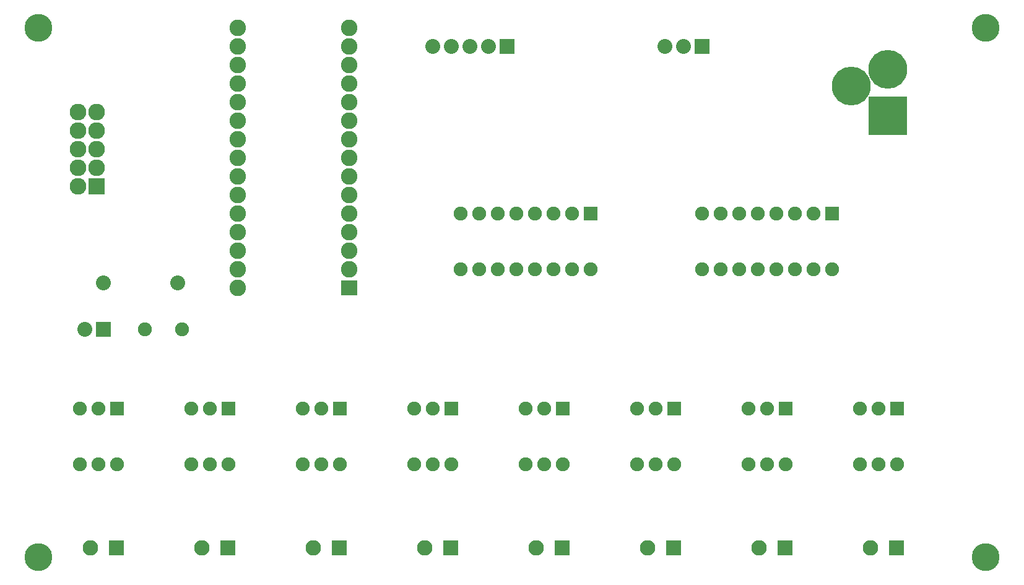
<source format=gbs>
G04 (created by PCBNEW-RS274X (2011-07-19)-testing) date Tue 14 Feb 2012 11:01:29 AM PST*
G01*
G70*
G90*
%MOIN*%
G04 Gerber Fmt 3.4, Leading zero omitted, Abs format*
%FSLAX34Y34*%
G04 APERTURE LIST*
%ADD10C,0.006000*%
%ADD11R,0.089000X0.080000*%
%ADD12C,0.089000*%
%ADD13C,0.075000*%
%ADD14R,0.075000X0.075000*%
%ADD15R,0.080000X0.080000*%
%ADD16C,0.080000*%
%ADD17R,0.090000X0.090000*%
%ADD18C,0.090000*%
%ADD19C,0.150000*%
%ADD20R,0.083000X0.083000*%
%ADD21C,0.083000*%
%ADD22C,0.209000*%
%ADD23R,0.209000X0.209000*%
G04 APERTURE END LIST*
G54D10*
G54D11*
X47500Y-34500D03*
G54D12*
X47500Y-33500D03*
X47500Y-32500D03*
X47500Y-31500D03*
X47500Y-30500D03*
X47500Y-29500D03*
X47500Y-28500D03*
X47500Y-27500D03*
X47500Y-26500D03*
X47500Y-25500D03*
X47500Y-24500D03*
X47500Y-23500D03*
X47500Y-22500D03*
X47500Y-21500D03*
X47500Y-20500D03*
X41500Y-20500D03*
X41500Y-21500D03*
X41500Y-22500D03*
X41500Y-23500D03*
X41500Y-24500D03*
X41500Y-25500D03*
X41500Y-26500D03*
X41500Y-27500D03*
X41500Y-28500D03*
X41500Y-29500D03*
X41500Y-30500D03*
X41500Y-31500D03*
X41500Y-32500D03*
X41500Y-33500D03*
X41500Y-34500D03*
G54D13*
X36500Y-36750D03*
X38500Y-36750D03*
G54D14*
X60500Y-30500D03*
G54D13*
X59500Y-30500D03*
X58500Y-30500D03*
X57500Y-30500D03*
X56500Y-30500D03*
X55500Y-30500D03*
X54500Y-30500D03*
X53500Y-30500D03*
X53500Y-33500D03*
X54500Y-33500D03*
X55500Y-33500D03*
X56500Y-33500D03*
X57500Y-33500D03*
X58500Y-33500D03*
X59500Y-33500D03*
X60500Y-33500D03*
G54D14*
X73500Y-30500D03*
G54D13*
X72500Y-30500D03*
X71500Y-30500D03*
X70500Y-30500D03*
X69500Y-30500D03*
X68500Y-30500D03*
X67500Y-30500D03*
X66500Y-30500D03*
X66500Y-33500D03*
X67500Y-33500D03*
X68500Y-33500D03*
X69500Y-33500D03*
X70500Y-33500D03*
X71500Y-33500D03*
X72500Y-33500D03*
X73500Y-33500D03*
G54D15*
X34250Y-36750D03*
G54D16*
X33250Y-36750D03*
G54D15*
X66500Y-21500D03*
G54D16*
X65500Y-21500D03*
X64500Y-21500D03*
X38250Y-34250D03*
X34250Y-34250D03*
G54D17*
X33900Y-29050D03*
G54D18*
X32900Y-29050D03*
X33900Y-28050D03*
X32900Y-28050D03*
X33900Y-27050D03*
X32900Y-27050D03*
X33900Y-26050D03*
X32900Y-26050D03*
X33900Y-25050D03*
X32900Y-25050D03*
G54D19*
X30750Y-49000D03*
X81750Y-20500D03*
X81750Y-49000D03*
X30750Y-20500D03*
G54D14*
X35000Y-41000D03*
G54D13*
X34000Y-41000D03*
X33000Y-41000D03*
X33000Y-44000D03*
X34000Y-44000D03*
X35000Y-44000D03*
G54D14*
X41000Y-41000D03*
G54D13*
X40000Y-41000D03*
X39000Y-41000D03*
X39000Y-44000D03*
X40000Y-44000D03*
X41000Y-44000D03*
G54D14*
X47000Y-41000D03*
G54D13*
X46000Y-41000D03*
X45000Y-41000D03*
X45000Y-44000D03*
X46000Y-44000D03*
X47000Y-44000D03*
G54D14*
X53000Y-41000D03*
G54D13*
X52000Y-41000D03*
X51000Y-41000D03*
X51000Y-44000D03*
X52000Y-44000D03*
X53000Y-44000D03*
G54D14*
X59000Y-41000D03*
G54D13*
X58000Y-41000D03*
X57000Y-41000D03*
X57000Y-44000D03*
X58000Y-44000D03*
X59000Y-44000D03*
G54D14*
X65000Y-41000D03*
G54D13*
X64000Y-41000D03*
X63000Y-41000D03*
X63000Y-44000D03*
X64000Y-44000D03*
X65000Y-44000D03*
G54D14*
X71000Y-41000D03*
G54D13*
X70000Y-41000D03*
X69000Y-41000D03*
X69000Y-44000D03*
X70000Y-44000D03*
X71000Y-44000D03*
G54D14*
X77000Y-41000D03*
G54D13*
X76000Y-41000D03*
X75000Y-41000D03*
X75000Y-44000D03*
X76000Y-44000D03*
X77000Y-44000D03*
G54D20*
X34939Y-48500D03*
G54D21*
X33561Y-48500D03*
G54D20*
X40939Y-48500D03*
G54D21*
X39561Y-48500D03*
G54D20*
X46939Y-48500D03*
G54D21*
X45561Y-48500D03*
G54D20*
X52939Y-48500D03*
G54D21*
X51561Y-48500D03*
G54D20*
X58939Y-48500D03*
G54D21*
X57561Y-48500D03*
G54D20*
X64939Y-48500D03*
G54D21*
X63561Y-48500D03*
G54D20*
X70939Y-48500D03*
G54D21*
X69561Y-48500D03*
G54D20*
X76939Y-48500D03*
G54D21*
X75561Y-48500D03*
G54D15*
X56000Y-21500D03*
G54D16*
X55000Y-21500D03*
X54000Y-21500D03*
X53000Y-21500D03*
X52000Y-21500D03*
G54D22*
X76500Y-22750D03*
G54D23*
X76500Y-25230D03*
G54D22*
X74531Y-23650D03*
M02*

</source>
